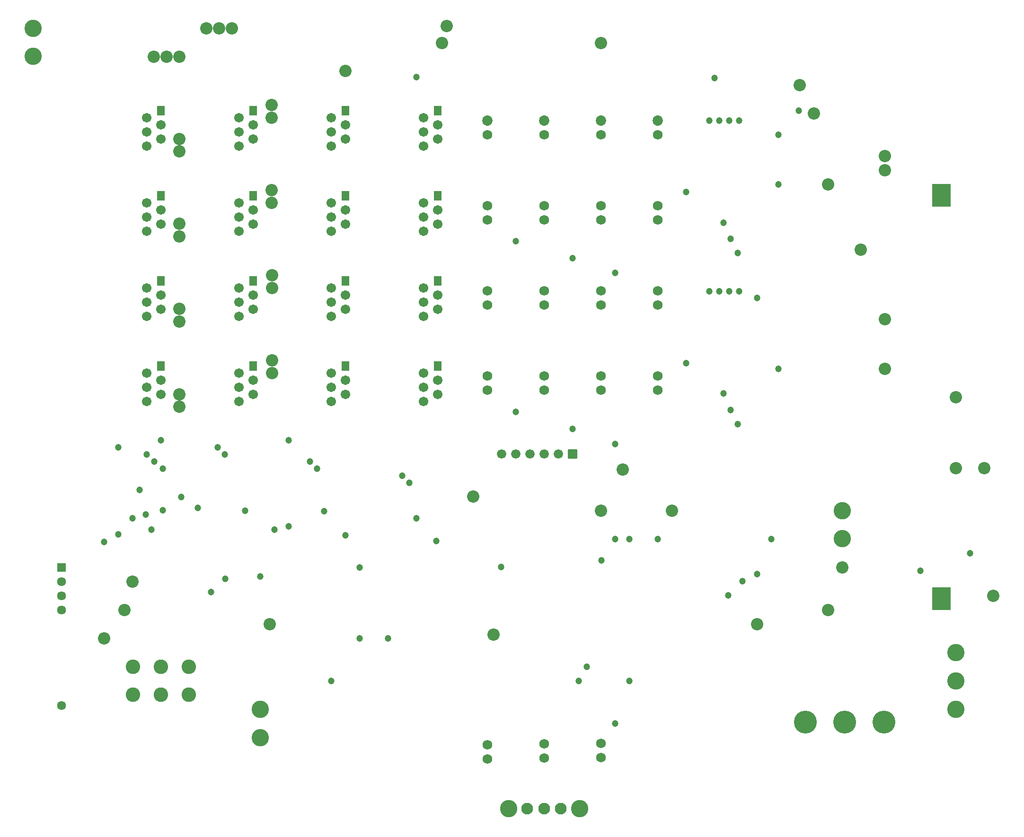
<source format=gbs>
G04 Layer: BottomSolderMaskLayer*
G04 EasyEDA v6.5.40, 2024-05-11 17:08:49*
G04 43c8e0cd1118455ea74be200e722eb6b,361a7d54fb4a4915a4e9984872de9782,10*
G04 Gerber Generator version 0.2*
G04 Scale: 100 percent, Rotated: No, Reflected: No *
G04 Dimensions in millimeters *
G04 leading zeros omitted , absolute positions ,4 integer and 5 decimal *
%FSLAX45Y45*%
%MOMM*%

%AMMACRO1*1,1,$1,$2,$3*1,1,$1,$4,$5*1,1,$1,0-$2,0-$3*1,1,$1,0-$4,0-$5*20,1,$1,$2,$3,$4,$5,0*20,1,$1,$4,$5,0-$2,0-$3,0*20,1,$1,0-$2,0-$3,0-$4,0-$5,0*20,1,$1,0-$4,0-$5,$2,$3,0*4,1,4,$2,$3,$4,$5,0-$2,0-$3,0-$4,0-$5,$2,$3,0*%
%ADD10R,1.4712X1.7032*%
%ADD11C,1.7032*%
%ADD12C,1.7526*%
%ADD13MACRO1,0.1016X-1.6X2X1.6X2*%
%ADD14C,3.1016*%
%ADD15C,4.1016*%
%ADD16C,1.6764*%
%ADD17MACRO1,0.1016X0.7874X-0.7874X-0.7874X-0.7874*%
%ADD18R,1.6096X1.6096*%
%ADD19C,1.6096*%
%ADD20C,2.6000*%
%ADD21C,2.1000*%
%ADD22C,3.1000*%
%ADD23C,1.2032*%
%ADD24C,2.2032*%
%ADD25C,1.8542*%
%ADD26C,0.0102*%

%LPD*%
D10*
G01*
X2793974Y-1727200D03*
D11*
G01*
X2540000Y-1854200D03*
G01*
X2794000Y-1981200D03*
G01*
X2540000Y-2108200D03*
G01*
X2794000Y-2235200D03*
G01*
X2540000Y-2362200D03*
D10*
G01*
X6095974Y-1727200D03*
D11*
G01*
X5842000Y-1854200D03*
G01*
X6096000Y-1981200D03*
G01*
X5842000Y-2108200D03*
G01*
X6096000Y-2235200D03*
G01*
X5842000Y-2362200D03*
D10*
G01*
X7746974Y-1727200D03*
D11*
G01*
X7492974Y-1854200D03*
G01*
X7746974Y-1981200D03*
G01*
X7492974Y-2108200D03*
G01*
X7746974Y-2235200D03*
G01*
X7492974Y-2362200D03*
D10*
G01*
X2793974Y-3251200D03*
D11*
G01*
X2540000Y-3378200D03*
G01*
X2794000Y-3505200D03*
G01*
X2540000Y-3632200D03*
G01*
X2794000Y-3759200D03*
G01*
X2540000Y-3886200D03*
D10*
G01*
X4444974Y-3251200D03*
D11*
G01*
X4191000Y-3378200D03*
G01*
X4445000Y-3505200D03*
G01*
X4191000Y-3632200D03*
G01*
X4445000Y-3759200D03*
G01*
X4191000Y-3886200D03*
D10*
G01*
X2793974Y-4775200D03*
D11*
G01*
X2540000Y-4902200D03*
G01*
X2794000Y-5029200D03*
G01*
X2540000Y-5156200D03*
G01*
X2794000Y-5283200D03*
G01*
X2540000Y-5410200D03*
D10*
G01*
X4444974Y-4775200D03*
D11*
G01*
X4191000Y-4902200D03*
G01*
X4445000Y-5029200D03*
G01*
X4191000Y-5156200D03*
G01*
X4445000Y-5283200D03*
G01*
X4191000Y-5410200D03*
D10*
G01*
X6095974Y-4775200D03*
D11*
G01*
X5842000Y-4902200D03*
G01*
X6096000Y-5029200D03*
G01*
X5842000Y-5156200D03*
G01*
X6096000Y-5283200D03*
G01*
X5842000Y-5410200D03*
D10*
G01*
X7746974Y-4775200D03*
D11*
G01*
X7492974Y-4902200D03*
G01*
X7746974Y-5029200D03*
G01*
X7492974Y-5156200D03*
G01*
X7746974Y-5283200D03*
G01*
X7492974Y-5410200D03*
D10*
G01*
X2793974Y-6299200D03*
D11*
G01*
X2540000Y-6426200D03*
G01*
X2794000Y-6553200D03*
G01*
X2540000Y-6680200D03*
G01*
X2794000Y-6807200D03*
G01*
X2540000Y-6934200D03*
D10*
G01*
X4444974Y-6299200D03*
D11*
G01*
X4191000Y-6426200D03*
G01*
X4445000Y-6553200D03*
G01*
X4191000Y-6680200D03*
G01*
X4445000Y-6807200D03*
G01*
X4191000Y-6934200D03*
D10*
G01*
X6095974Y-6299200D03*
D11*
G01*
X5842000Y-6426200D03*
G01*
X6096000Y-6553200D03*
G01*
X5842000Y-6680200D03*
G01*
X6096000Y-6807200D03*
G01*
X5842000Y-6934200D03*
D10*
G01*
X7746974Y-6299200D03*
D11*
G01*
X7492974Y-6426200D03*
G01*
X7746974Y-6553200D03*
G01*
X7492974Y-6680200D03*
G01*
X7746974Y-6807200D03*
G01*
X7492974Y-6934200D03*
D10*
G01*
X6095974Y-3251200D03*
D11*
G01*
X5842000Y-3378200D03*
G01*
X6096000Y-3505200D03*
G01*
X5842000Y-3632200D03*
G01*
X6096000Y-3759200D03*
G01*
X5842000Y-3886200D03*
D10*
G01*
X7746974Y-3251200D03*
D11*
G01*
X7492974Y-3378200D03*
G01*
X7746974Y-3505200D03*
G01*
X7492974Y-3632200D03*
G01*
X7746974Y-3759200D03*
G01*
X7492974Y-3886200D03*
D10*
G01*
X4444974Y-1727200D03*
D11*
G01*
X4191000Y-1854200D03*
G01*
X4445000Y-1981200D03*
G01*
X4191000Y-2108200D03*
G01*
X4445000Y-2235200D03*
G01*
X4191000Y-2362200D03*
D12*
G01*
X8635974Y-2159000D03*
G01*
X8635974Y-1905000D03*
G01*
X9651974Y-2159000D03*
G01*
X9651974Y-1905000D03*
D13*
G01*
X16764000Y-10470499D03*
G01*
X16764000Y-3245500D03*
D14*
G01*
X16764000Y-3251200D03*
G01*
X16764000Y-10470489D03*
G01*
X508000Y-758444D03*
G01*
X508000Y-257555D03*
G01*
X14986000Y-8893555D03*
G01*
X14986000Y-9394444D03*
D15*
G01*
X14328924Y-12678204D03*
G01*
X15028669Y-12678204D03*
G01*
X15728922Y-12678204D03*
D14*
G01*
X17017852Y-12446091D03*
G01*
X17017852Y-11430091D03*
G01*
X17017852Y-11938091D03*
G01*
X4572000Y-12954000D03*
G01*
X4572000Y-12446000D03*
D16*
G01*
X8890000Y-7874000D03*
G01*
X9144000Y-7874000D03*
G01*
X9398000Y-7874000D03*
G01*
X9652000Y-7874000D03*
G01*
X9906000Y-7874000D03*
D17*
G01*
X10160000Y-7874000D03*
D12*
G01*
X10668000Y-13060984D03*
G01*
X10668000Y-13314984D03*
G01*
X10668000Y-2159050D03*
G01*
X10668000Y-1905050D03*
G01*
X11684000Y-2159050D03*
G01*
X11684000Y-1905050D03*
G01*
X8636000Y-3683050D03*
G01*
X8636000Y-3429050D03*
G01*
X9652000Y-3683050D03*
G01*
X9652000Y-3429050D03*
G01*
X10668000Y-3683050D03*
G01*
X10668000Y-3429050D03*
G01*
X11684000Y-3683050D03*
G01*
X11684000Y-3429050D03*
G01*
X8636000Y-5207050D03*
G01*
X8636000Y-4953050D03*
G01*
X9652000Y-5207050D03*
G01*
X9652000Y-4953050D03*
G01*
X9652000Y-13070890D03*
G01*
X9652000Y-13324890D03*
G01*
X10668000Y-5207050D03*
G01*
X10668000Y-4953050D03*
G01*
X8636000Y-13081050D03*
G01*
X8636000Y-13335050D03*
G01*
X11684000Y-5207050D03*
G01*
X11684000Y-4953050D03*
G01*
X8636000Y-6731050D03*
G01*
X8636000Y-6477050D03*
G01*
X9652000Y-6731050D03*
G01*
X9652000Y-6477050D03*
G01*
X10668000Y-6731050D03*
G01*
X10668000Y-6477050D03*
G01*
X11684000Y-6731050D03*
G01*
X11684000Y-6477050D03*
D18*
G01*
X1016000Y-9906000D03*
D19*
G01*
X1016000Y-10160000D03*
G01*
X1016000Y-10414000D03*
G01*
X1016000Y-10668000D03*
G01*
X1016000Y-12382500D03*
D20*
G01*
X2293995Y-12187976D03*
G01*
X2793994Y-12187976D03*
G01*
X3293993Y-12187976D03*
G01*
X3293993Y-11687977D03*
G01*
X2793994Y-11687977D03*
G01*
X2293995Y-11687977D03*
D21*
G01*
X9352000Y-14224000D03*
G01*
X9652000Y-14224000D03*
G01*
X9951999Y-14224000D03*
D22*
G01*
X9017000Y-14224000D03*
G01*
X10287000Y-14224000D03*
D23*
G01*
X2832303Y-8888374D03*
G01*
X4305503Y-8890152D03*
G01*
X2629103Y-9231274D03*
G01*
X2286203Y-9029852D03*
G01*
X2413203Y-8521852D03*
G01*
X2794000Y-7632674D03*
G01*
X5080203Y-9169552D03*
G01*
X5080000Y-7632674D03*
G01*
X1778203Y-9448952D03*
G01*
X2032000Y-7759674D03*
G01*
X2032203Y-9315780D03*
G01*
X3810000Y-7759674D03*
G01*
X2540000Y-7886674D03*
G01*
X3937000Y-7886674D03*
G01*
X4826203Y-9233052D03*
G01*
X2679700Y-8013674D03*
G01*
X5461000Y-8013674D03*
G01*
X5588000Y-8140674D03*
G01*
X2832100Y-8140674D03*
G01*
X5715203Y-8902852D03*
G01*
X6096000Y-9334474D03*
G01*
X7112000Y-8267674D03*
G01*
X7239000Y-8394674D03*
G01*
X7366203Y-9029852D03*
G01*
X7721574Y-9436074D03*
G01*
X3454400Y-8839174D03*
G01*
X12611074Y-1905000D03*
G01*
X12191974Y-3187700D03*
G01*
X13119074Y-4279900D03*
G01*
X10921974Y-4635500D03*
G01*
X12992074Y-4025900D03*
G01*
X10159974Y-4368800D03*
G01*
X9143974Y-4064000D03*
G01*
X12865074Y-3733800D03*
G01*
X12788874Y-1905000D03*
G01*
X13144474Y-1905000D03*
G01*
X12966674Y-1905000D03*
G01*
X12191974Y-6248400D03*
G01*
X12611074Y-4965700D03*
G01*
X9143974Y-7124700D03*
G01*
X10159974Y-7429500D03*
G01*
X10921974Y-7696200D03*
G01*
X13119074Y-7340600D03*
G01*
X12865074Y-6794500D03*
G01*
X12992074Y-7086600D03*
G01*
X12966674Y-4965700D03*
G01*
X13144474Y-4965700D03*
G01*
X12788874Y-4965700D03*
G01*
X12611074Y-4965700D03*
G01*
X13461974Y-5080000D03*
G01*
X13842974Y-3048000D03*
G01*
X13842974Y-2159000D03*
G01*
X4572000Y-10071074D03*
G01*
X3949700Y-10109174D03*
G01*
X3695700Y-10350474D03*
D24*
G01*
X7912074Y-215900D03*
G01*
X6096000Y-1016000D03*
G01*
X7823174Y-520700D03*
G01*
X10668000Y-520700D03*
D23*
G01*
X7365974Y-1130300D03*
G01*
X12699974Y-1143000D03*
D24*
G01*
X4787889Y-6426187D03*
G01*
X3835392Y-254000D03*
G01*
X4065803Y-254000D03*
G01*
X4773828Y-1856765D03*
G01*
X4778552Y-3378098D03*
G01*
X4783302Y-4902301D03*
G01*
X3124194Y-6807187D03*
G01*
X3124200Y-5282539D03*
G01*
X3124200Y-3758641D03*
G01*
X3124200Y-2235809D03*
G01*
X3124200Y-762000D03*
G01*
X2895594Y-761997D03*
D23*
G01*
X3162300Y-8648674D03*
D24*
G01*
X2285994Y-10159979D03*
G01*
X4745456Y-10921974D03*
G01*
X8381982Y-8635982D03*
D23*
G01*
X12950037Y-10410037D03*
G01*
X13204037Y-10156037D03*
G01*
X13461974Y-10028936D03*
D24*
G01*
X2146294Y-10667979D03*
D23*
G01*
X10413974Y-11683974D03*
G01*
X10680674Y-9778974D03*
D24*
G01*
X11061677Y-8153384D03*
D23*
G01*
X11175974Y-11937974D03*
G01*
X11175977Y-9397982D03*
G01*
X10921974Y-9397974D03*
G01*
X16383000Y-9969500D03*
G01*
X17271974Y-9651974D03*
D24*
G01*
X17691074Y-10413974D03*
D23*
G01*
X6349987Y-11175977D03*
G01*
X10274279Y-11937974D03*
G01*
X5841989Y-11937979D03*
D24*
G01*
X8750282Y-11112477D03*
D23*
G01*
X6857987Y-11175977D03*
G01*
X14211300Y-1727200D03*
G01*
X8886040Y-9902037D03*
G01*
X11683977Y-9397982D03*
G01*
X13715972Y-9397982D03*
D24*
G01*
X17017966Y-6857987D03*
G01*
X15747992Y-6350010D03*
G01*
X15747966Y-5465338D03*
D23*
G01*
X6349987Y-9905979D03*
G01*
X13842972Y-6349989D03*
D24*
G01*
X11937977Y-8889982D03*
G01*
X10667918Y-8889982D03*
G01*
X15316169Y-4216392D03*
D25*
G01*
X8635974Y-1905688D03*
G01*
X9651974Y-1905688D03*
G01*
X10668000Y-1905690D03*
G01*
X11683987Y-1905690D03*
D24*
G01*
X15747969Y-2539994D03*
G01*
X14223972Y-1269997D03*
G01*
X14477972Y-1777997D03*
G01*
X14731969Y-3047994D03*
G01*
X17017966Y-8127984D03*
G01*
X1777997Y-11175977D03*
D23*
G01*
X10922000Y-12700000D03*
D24*
G01*
X15747969Y-2793994D03*
G01*
X2666994Y-761997D03*
G01*
X3604262Y-255915D03*
G01*
X3124200Y-2459616D03*
G01*
X3124197Y-3982239D03*
G01*
X3124200Y-5506346D03*
G01*
X3124194Y-7030994D03*
G01*
X4787889Y-6197587D03*
G01*
X4783302Y-4673701D03*
G01*
X4783302Y-4902197D03*
G01*
X4778552Y-3149498D03*
G01*
X4778552Y-3378197D03*
G01*
X4773828Y-1628165D03*
G01*
X4773828Y-1854197D03*
D23*
G01*
X2527508Y-8964584D03*
D24*
G01*
X17525964Y-8127984D03*
G01*
X14986000Y-9906000D03*
G01*
X14732000Y-10668000D03*
G01*
X13461972Y-10921977D03*
M02*

</source>
